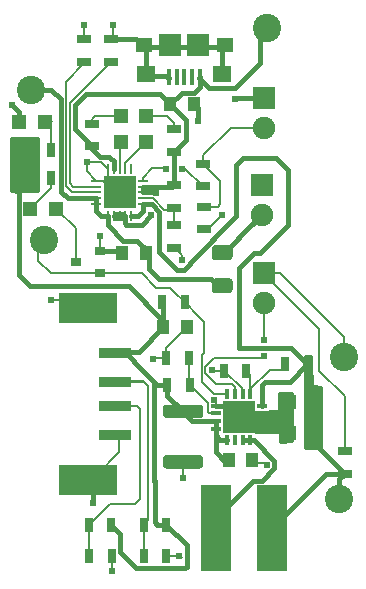
<source format=gtl>
G04 #@! TF.GenerationSoftware,KiCad,Pcbnew,5.1.9-73d0e3b20d~88~ubuntu20.04.1*
G04 #@! TF.CreationDate,2021-04-17T15:17:50-04:00*
G04 #@! TF.ProjectId,Antoinette_PowerBank,416e746f-696e-4657-9474-655f506f7765,rev?*
G04 #@! TF.SameCoordinates,Original*
G04 #@! TF.FileFunction,Copper,L1,Top*
G04 #@! TF.FilePolarity,Positive*
%FSLAX46Y46*%
G04 Gerber Fmt 4.6, Leading zero omitted, Abs format (unit mm)*
G04 Created by KiCad (PCBNEW 5.1.9-73d0e3b20d~88~ubuntu20.04.1) date 2021-04-17 15:17:50*
%MOMM*%
%LPD*%
G01*
G04 APERTURE LIST*
G04 #@! TA.AperFunction,SMDPad,CuDef*
%ADD10R,0.700000X1.300000*%
G04 #@! TD*
G04 #@! TA.AperFunction,ComponentPad*
%ADD11C,2.400000*%
G04 #@! TD*
G04 #@! TA.AperFunction,SMDPad,CuDef*
%ADD12R,2.700000X2.700000*%
G04 #@! TD*
G04 #@! TA.AperFunction,SMDPad,CuDef*
%ADD13R,0.260000X0.810000*%
G04 #@! TD*
G04 #@! TA.AperFunction,SMDPad,CuDef*
%ADD14R,0.810000X0.260000*%
G04 #@! TD*
G04 #@! TA.AperFunction,SMDPad,CuDef*
%ADD15R,1.300000X0.700000*%
G04 #@! TD*
G04 #@! TA.AperFunction,SMDPad,CuDef*
%ADD16R,0.340000X0.810000*%
G04 #@! TD*
G04 #@! TA.AperFunction,SMDPad,CuDef*
%ADD17R,0.810000X0.340000*%
G04 #@! TD*
G04 #@! TA.AperFunction,SMDPad,CuDef*
%ADD18R,1.000000X1.250000*%
G04 #@! TD*
G04 #@! TA.AperFunction,SMDPad,CuDef*
%ADD19R,1.200000X1.200000*%
G04 #@! TD*
G04 #@! TA.AperFunction,SMDPad,CuDef*
%ADD20R,0.900000X0.800000*%
G04 #@! TD*
G04 #@! TA.AperFunction,ComponentPad*
%ADD21R,1.900000X1.900000*%
G04 #@! TD*
G04 #@! TA.AperFunction,ComponentPad*
%ADD22C,1.900000*%
G04 #@! TD*
G04 #@! TA.AperFunction,SMDPad,CuDef*
%ADD23R,1.900000X1.900000*%
G04 #@! TD*
G04 #@! TA.AperFunction,SMDPad,CuDef*
%ADD24R,1.450000X1.300000*%
G04 #@! TD*
G04 #@! TA.AperFunction,SMDPad,CuDef*
%ADD25R,1.600000X1.400000*%
G04 #@! TD*
G04 #@! TA.AperFunction,SMDPad,CuDef*
%ADD26R,0.400000X1.350000*%
G04 #@! TD*
G04 #@! TA.AperFunction,SMDPad,CuDef*
%ADD27R,5.000000X2.500000*%
G04 #@! TD*
G04 #@! TA.AperFunction,SMDPad,CuDef*
%ADD28R,2.800000X0.900000*%
G04 #@! TD*
G04 #@! TA.AperFunction,SMDPad,CuDef*
%ADD29R,2.590800X7.315200*%
G04 #@! TD*
G04 #@! TA.AperFunction,ViaPad*
%ADD30C,0.609600*%
G04 #@! TD*
G04 #@! TA.AperFunction,Conductor*
%ADD31C,0.400000*%
G04 #@! TD*
G04 #@! TA.AperFunction,Conductor*
%ADD32C,0.150000*%
G04 #@! TD*
G04 #@! TA.AperFunction,Conductor*
%ADD33C,0.152400*%
G04 #@! TD*
G04 #@! TA.AperFunction,Conductor*
%ADD34C,0.254000*%
G04 #@! TD*
G04 #@! TA.AperFunction,Conductor*
%ADD35C,0.100000*%
G04 #@! TD*
G04 APERTURE END LIST*
G04 #@! TA.AperFunction,SMDPad,CuDef*
G36*
G01*
X83943597Y-67238800D02*
X86843603Y-67238800D01*
G75*
G02*
X87093600Y-67488797I0J-249997D01*
G01*
X87093600Y-68113803D01*
G75*
G02*
X86843603Y-68363800I-249997J0D01*
G01*
X83943597Y-68363800D01*
G75*
G02*
X83693600Y-68113803I0J249997D01*
G01*
X83693600Y-67488797D01*
G75*
G02*
X83943597Y-67238800I249997J0D01*
G01*
G37*
G04 #@! TD.AperFunction*
G04 #@! TA.AperFunction,SMDPad,CuDef*
G36*
G01*
X83943597Y-62963800D02*
X86843603Y-62963800D01*
G75*
G02*
X87093600Y-63213797I0J-249997D01*
G01*
X87093600Y-63838803D01*
G75*
G02*
X86843603Y-64088800I-249997J0D01*
G01*
X83943597Y-64088800D01*
G75*
G02*
X83693600Y-63838803I0J249997D01*
G01*
X83693600Y-63213797D01*
G75*
G02*
X83943597Y-62963800I249997J0D01*
G01*
G37*
G04 #@! TD.AperFunction*
D10*
X74240500Y-43769000D03*
X72340500Y-43769000D03*
X85518100Y-54259200D03*
X83618100Y-54259200D03*
X93994000Y-59529700D03*
X95894000Y-59529700D03*
D11*
X92531000Y-31094400D03*
D12*
X80017499Y-44988200D03*
D13*
X81017499Y-46943200D03*
X80517499Y-46943200D03*
X80017499Y-46943200D03*
X79517499Y-46943200D03*
X79017499Y-46943200D03*
D14*
X78062499Y-45988200D03*
X78062499Y-45488200D03*
X78062499Y-44988200D03*
X78062499Y-44488200D03*
X78062499Y-43988200D03*
D13*
X79017499Y-43033200D03*
X79517499Y-43033200D03*
X80017499Y-43033200D03*
X80517499Y-43033200D03*
X81017499Y-43033200D03*
D14*
X81972499Y-43988200D03*
X81972499Y-44488200D03*
X81972499Y-44988200D03*
X81972499Y-45488200D03*
X81972499Y-45988200D03*
D15*
X84644300Y-39633800D03*
X84644300Y-41533800D03*
X79323000Y-33924000D03*
X79323000Y-32024000D03*
D16*
X89130300Y-65955100D03*
X89780300Y-65955100D03*
X90430300Y-65955100D03*
X91080300Y-65955100D03*
D17*
X92060300Y-64975100D03*
X92060300Y-64325100D03*
X92060300Y-63675100D03*
X92060300Y-63025100D03*
D16*
X91080300Y-62045100D03*
X90430300Y-62045100D03*
X89780300Y-62045100D03*
X89130300Y-62045100D03*
D17*
X88150300Y-63025100D03*
X88150300Y-63675100D03*
X88150300Y-64325100D03*
X88150300Y-64975100D03*
D12*
X90105300Y-64000100D03*
D18*
X85695100Y-56418200D03*
X83695100Y-56418200D03*
X84304700Y-37533300D03*
X86304700Y-37533300D03*
X80240700Y-50106300D03*
X82240700Y-50106300D03*
X94490100Y-65371700D03*
X96490100Y-65371700D03*
X96490100Y-62730100D03*
X94490100Y-62730100D03*
X89250000Y-67600000D03*
X91250000Y-67600000D03*
D19*
X80135800Y-40728800D03*
X80135800Y-38528800D03*
X82256700Y-38536600D03*
X82256700Y-40736600D03*
X74644500Y-46372500D03*
X72444500Y-46372500D03*
X73666600Y-39044600D03*
X71466600Y-39044600D03*
G04 #@! TA.AperFunction,SMDPad,CuDef*
G36*
G01*
X88083300Y-49465600D02*
X89333300Y-49465600D01*
G75*
G02*
X89583300Y-49715600I0J-250000D01*
G01*
X89583300Y-50465600D01*
G75*
G02*
X89333300Y-50715600I-250000J0D01*
G01*
X88083300Y-50715600D01*
G75*
G02*
X87833300Y-50465600I0J250000D01*
G01*
X87833300Y-49715600D01*
G75*
G02*
X88083300Y-49465600I250000J0D01*
G01*
G37*
G04 #@! TD.AperFunction*
G04 #@! TA.AperFunction,SMDPad,CuDef*
G36*
G01*
X88083300Y-52265600D02*
X89333300Y-52265600D01*
G75*
G02*
X89583300Y-52515600I0J-250000D01*
G01*
X89583300Y-53265600D01*
G75*
G02*
X89333300Y-53515600I-250000J0D01*
G01*
X88083300Y-53515600D01*
G75*
G02*
X87833300Y-53265600I0J250000D01*
G01*
X87833300Y-52515600D01*
G75*
G02*
X88083300Y-52265600I250000J0D01*
G01*
G37*
G04 #@! TD.AperFunction*
D20*
X78404500Y-51831000D03*
X78404500Y-49931000D03*
X76304500Y-50881000D03*
D10*
X79307800Y-73156800D03*
X77407800Y-73156800D03*
X79345900Y-75747600D03*
X77445900Y-75747600D03*
D15*
X84593500Y-44393800D03*
X84593500Y-46293800D03*
X84657000Y-47772000D03*
X84657000Y-49672000D03*
D10*
X88825100Y-60063100D03*
X90725100Y-60063100D03*
D15*
X77697400Y-41048700D03*
X77697400Y-39148700D03*
X77037000Y-32024000D03*
X77037000Y-33924000D03*
X99071500Y-68785500D03*
X99071500Y-66885500D03*
D10*
X85962600Y-61269600D03*
X84062600Y-61269600D03*
X85873700Y-58996300D03*
X83973700Y-58996300D03*
X72277000Y-41356000D03*
X74177000Y-41356000D03*
X83981400Y-73106000D03*
X82081400Y-73106000D03*
X83981400Y-75798400D03*
X82081400Y-75798400D03*
D11*
X72528500Y-36276000D03*
X98627000Y-70972400D03*
X98982600Y-58932800D03*
X73608000Y-48976000D03*
D21*
X92264300Y-37012600D03*
D22*
X92264300Y-39512600D03*
D21*
X92073800Y-44378600D03*
D22*
X92073800Y-46878600D03*
D21*
X92213500Y-51833500D03*
D22*
X92213500Y-54333500D03*
D23*
X84295200Y-32542200D03*
X86695200Y-32542200D03*
D24*
X88920200Y-32542200D03*
X82070200Y-32542200D03*
D25*
X82295200Y-34992200D03*
X88695200Y-34992200D03*
D26*
X84195200Y-35217200D03*
X84845200Y-35217200D03*
X85495200Y-35217200D03*
X86145200Y-35217200D03*
X86795200Y-35217200D03*
D27*
X77367000Y-69307000D03*
X77367000Y-54807000D03*
D28*
X79617000Y-63057000D03*
X79617000Y-58557000D03*
X79617000Y-61057000D03*
X79617000Y-65557000D03*
D29*
X88199800Y-73410800D03*
X92899800Y-73410800D03*
D15*
X87082700Y-42552300D03*
X87082700Y-44452300D03*
X87158900Y-48097200D03*
X87158900Y-46197200D03*
D30*
X89825000Y-37050000D03*
X85368200Y-69194400D03*
X92480200Y-68026000D03*
X82828200Y-59085200D03*
X88675000Y-46900000D03*
X85304700Y-50741300D03*
X79373800Y-77068400D03*
X85063400Y-75798400D03*
X77799000Y-71264500D03*
X74179500Y-54056000D03*
X86638200Y-38930300D03*
X77278300Y-42448200D03*
X77024300Y-30776900D03*
X79424600Y-30776900D03*
X78400000Y-48675000D03*
X70941000Y-37609500D03*
X87806600Y-60012300D03*
X87990389Y-62578477D03*
X82701201Y-46909682D03*
X83137557Y-45050226D03*
X92275000Y-57513600D03*
X92275000Y-58828000D03*
X83987100Y-42975000D03*
X85301500Y-42975000D03*
D31*
X89130300Y-63025100D02*
X90105300Y-64000100D01*
X88150300Y-63025100D02*
X89130300Y-63025100D01*
D32*
X90430300Y-61785100D02*
X90430300Y-62045100D01*
D33*
X79017499Y-43033200D02*
X79017499Y-43988200D01*
X78619899Y-43988200D02*
X79619899Y-44988200D01*
X78062499Y-43988200D02*
X78619899Y-43988200D01*
X90430300Y-61706634D02*
X90430300Y-62045100D01*
X78432499Y-42448200D02*
X79017499Y-43033200D01*
X77278300Y-42448200D02*
X78432499Y-42448200D01*
X77278300Y-43204001D02*
X78062499Y-43988200D01*
X77278300Y-42448200D02*
X77278300Y-43204001D01*
X90430300Y-63675100D02*
X90105300Y-64000100D01*
X77024300Y-31945300D02*
X76973500Y-31996100D01*
X77024300Y-30776900D02*
X77024300Y-31945300D01*
X79424600Y-31909700D02*
X79323000Y-32011300D01*
X79424600Y-30776900D02*
X79424600Y-31909700D01*
X79574500Y-32275500D02*
X79323000Y-32024000D01*
D31*
X86638200Y-38930300D02*
X86638200Y-37866800D01*
D33*
X77060500Y-54056000D02*
X77748000Y-54743500D01*
X74179500Y-54056000D02*
X77060500Y-54056000D01*
X79998000Y-66993500D02*
X77748000Y-69243500D01*
X79998000Y-65493500D02*
X79998000Y-66993500D01*
D31*
X77799000Y-69294500D02*
X77748000Y-69243500D01*
X77799000Y-71264500D02*
X77799000Y-69294500D01*
X88682500Y-32881500D02*
X88907500Y-32656500D01*
X88682500Y-35106500D02*
X88682500Y-32881500D01*
X82282500Y-32881500D02*
X82057500Y-32656500D01*
X82282500Y-35106500D02*
X82282500Y-32881500D01*
X88907500Y-32656500D02*
X82057500Y-32656500D01*
X81425000Y-32024000D02*
X82057500Y-32656500D01*
X79323000Y-32024000D02*
X81425000Y-32024000D01*
X83957500Y-35106500D02*
X84182500Y-35331500D01*
X82282500Y-35106500D02*
X83957500Y-35106500D01*
D33*
X79373800Y-75775500D02*
X79345900Y-75747600D01*
X79373800Y-77068400D02*
X79373800Y-75775500D01*
X85165000Y-75798400D02*
X85266600Y-75900000D01*
X83981400Y-75798400D02*
X85165000Y-75798400D01*
D31*
X71466600Y-38135100D02*
X70941000Y-37609500D01*
X71466600Y-39044600D02*
X71466600Y-38135100D01*
X80395600Y-49931000D02*
X80507400Y-50042800D01*
X78404500Y-49931000D02*
X80395600Y-49931000D01*
D33*
X85304700Y-50319700D02*
X84657000Y-49672000D01*
X85304700Y-50741300D02*
X85304700Y-50319700D01*
X87095400Y-48160700D02*
X87158900Y-48097200D01*
X87857400Y-60063100D02*
X87806600Y-60012300D01*
X88825100Y-60063100D02*
X87857400Y-60063100D01*
X90430300Y-61668300D02*
X88825100Y-60063100D01*
X90430300Y-62045100D02*
X90430300Y-61668300D01*
X83973700Y-58139600D02*
X85695100Y-56418200D01*
X83973700Y-58996300D02*
X83973700Y-58139600D01*
X82917100Y-58996300D02*
X82828200Y-59085200D01*
X83973700Y-58996300D02*
X82917100Y-58996300D01*
X92365900Y-67911700D02*
X92480200Y-68026000D01*
X91067200Y-67911700D02*
X92365900Y-67911700D01*
X85368200Y-67826700D02*
X85393600Y-67801300D01*
X85368200Y-69194400D02*
X85368200Y-67826700D01*
D31*
X89862400Y-37012600D02*
X89825000Y-37050000D01*
X92264300Y-37012600D02*
X89862400Y-37012600D01*
D33*
X87477800Y-48097200D02*
X88675000Y-46900000D01*
X87158900Y-48097200D02*
X87477800Y-48097200D01*
X78404500Y-48679500D02*
X78400000Y-48675000D01*
X78404500Y-49931000D02*
X78404500Y-48679500D01*
D32*
X88150300Y-62738388D02*
X87990389Y-62578477D01*
X88150300Y-63025100D02*
X88150300Y-62738388D01*
D31*
X72340500Y-41419500D02*
X72277000Y-41356000D01*
X72340500Y-43769000D02*
X72340500Y-41419500D01*
X71258500Y-44851000D02*
X72340500Y-43769000D01*
X83695100Y-54336200D02*
X83618100Y-54259200D01*
X83695100Y-56418200D02*
X83695100Y-54336200D01*
X80048301Y-75399623D02*
X80048301Y-73897301D01*
X81449479Y-76800801D02*
X80048301Y-75399623D01*
X85584999Y-76800801D02*
X81449479Y-76800801D01*
X85720601Y-76665199D02*
X85584999Y-76800801D01*
X80048301Y-73897301D02*
X79307800Y-73156800D01*
X85720601Y-74845201D02*
X85720601Y-76665199D01*
X83981400Y-73106000D02*
X85720601Y-74845201D01*
X82124421Y-60165699D02*
X82955200Y-60996478D01*
X82955200Y-60996478D02*
X82955200Y-69397600D01*
X83231400Y-73106000D02*
X82993300Y-72867900D01*
X83981400Y-73106000D02*
X83231400Y-73106000D01*
X82993300Y-69435700D02*
X82955200Y-69397600D01*
X82993300Y-72867900D02*
X82993300Y-69435700D01*
X71492099Y-51940099D02*
X71492099Y-44617401D01*
X72476778Y-52924778D02*
X71492099Y-51940099D01*
X80783500Y-52924778D02*
X72476778Y-52924778D01*
X71492099Y-44617401D02*
X72340500Y-43769000D01*
X83695100Y-55836378D02*
X80783500Y-52924778D01*
X83695100Y-56418200D02*
X83695100Y-55836378D01*
X82124421Y-60150021D02*
X80442500Y-58468100D01*
X82124421Y-60165699D02*
X82124421Y-60150021D01*
X81645200Y-58468100D02*
X83695100Y-56418200D01*
X80442500Y-58468100D02*
X81645200Y-58468100D01*
X86192400Y-64325100D02*
X85393600Y-63526300D01*
X88150300Y-64325100D02*
X86192400Y-64325100D01*
X84062600Y-62195300D02*
X85393600Y-63526300D01*
X84062600Y-61269600D02*
X84062600Y-62195300D01*
X88150300Y-66994800D02*
X88150300Y-64975100D01*
X89067200Y-67911700D02*
X88150300Y-66994800D01*
X88150300Y-64975100D02*
X88150300Y-64325100D01*
X88150300Y-65545100D02*
X88150300Y-64975100D01*
X88560300Y-65955100D02*
X88150300Y-65545100D01*
X89130300Y-65955100D02*
X88560300Y-65955100D01*
X83228322Y-61269600D02*
X82955200Y-60996478D01*
X84062600Y-61269600D02*
X83228322Y-61269600D01*
X81972499Y-44988200D02*
X81972499Y-44488200D01*
X82701200Y-46931300D02*
X81931899Y-47700601D01*
X80017499Y-46943200D02*
X80017499Y-47112522D01*
X80465089Y-47560112D02*
X80465089Y-46943200D01*
X81931899Y-47700601D02*
X80605578Y-47700601D01*
X80017499Y-46943200D02*
X79569909Y-46943200D01*
X87609901Y-36158901D02*
X86782500Y-35331500D01*
X89764421Y-36158901D02*
X87609901Y-36158901D01*
X91896000Y-34027322D02*
X89764421Y-36158901D01*
X91896000Y-30815000D02*
X91896000Y-34027322D01*
X76287700Y-39639000D02*
X77697400Y-41048700D01*
X76287700Y-37571400D02*
X76287700Y-39639000D01*
X77214800Y-36644300D02*
X76287700Y-37571400D01*
X83415700Y-36644300D02*
X77214800Y-36644300D01*
X84304700Y-37533300D02*
X83415700Y-36644300D01*
X85282101Y-36555899D02*
X84304700Y-37533300D01*
X86315823Y-36555899D02*
X85282101Y-36555899D01*
X86795200Y-36076522D02*
X86315823Y-36555899D01*
X86795200Y-35217200D02*
X86795200Y-36076522D01*
X78375540Y-41991000D02*
X77400220Y-41015680D01*
X79144621Y-41991000D02*
X78375540Y-41991000D01*
X79517499Y-42363878D02*
X79144621Y-41991000D01*
X79517499Y-43033200D02*
X79517499Y-42363878D01*
X82701200Y-46909683D02*
X82701201Y-46909682D01*
X82701200Y-46931300D02*
X82701200Y-46909683D01*
X85646701Y-40531399D02*
X84644300Y-41533800D01*
X85646701Y-38875301D02*
X85646701Y-40531399D01*
X84304700Y-37533300D02*
X85646701Y-38875301D01*
X84644300Y-44343000D02*
X84593500Y-44393800D01*
X84644300Y-41533800D02*
X84644300Y-44343000D01*
X84499100Y-44488200D02*
X81972499Y-44488200D01*
X84593500Y-44393800D02*
X84499100Y-44488200D01*
X83075531Y-44988200D02*
X83137557Y-45050226D01*
X81972499Y-44988200D02*
X83075531Y-44988200D01*
X78487499Y-46943200D02*
X79017499Y-46943200D01*
X78062499Y-46518200D02*
X78487499Y-46943200D01*
X78062499Y-45988200D02*
X78062499Y-46518200D01*
X78062499Y-45988200D02*
X78062499Y-45488200D01*
X88670200Y-53271600D02*
X87736901Y-52338301D01*
X74225556Y-36276000D02*
X75055800Y-37106244D01*
X72528500Y-36276000D02*
X74225556Y-36276000D01*
X75055800Y-37106244D02*
X75055800Y-44924700D01*
X75619300Y-45488200D02*
X75055800Y-44924700D01*
X78062499Y-45488200D02*
X75619300Y-45488200D01*
X87736901Y-52338301D02*
X83374199Y-52338301D01*
X79017499Y-47752222D02*
X79017499Y-47082900D01*
X82507400Y-51471502D02*
X83374199Y-52338301D01*
X82507400Y-50042800D02*
X82507400Y-51471502D01*
X80330676Y-49065399D02*
X79017499Y-47752222D01*
X81529999Y-49065399D02*
X80330676Y-49065399D01*
X82507400Y-50042800D02*
X81529999Y-49065399D01*
D33*
X96032900Y-65371700D02*
X96048900Y-65355700D01*
D31*
X81972499Y-46518200D02*
X81972499Y-45988200D01*
X81547499Y-46943200D02*
X81972499Y-46518200D01*
X81017499Y-46943200D02*
X81547499Y-46943200D01*
X92327099Y-61014701D02*
X92060300Y-61281500D01*
X92060300Y-63025100D02*
X92060300Y-61281500D01*
X99071500Y-68785500D02*
X96769500Y-66483500D01*
X99071500Y-70312000D02*
X98627000Y-70756500D01*
X94535100Y-58170800D02*
X95894000Y-59529700D01*
X90145800Y-58170800D02*
X94535100Y-58170800D01*
X94275000Y-43100000D02*
X94275000Y-47700000D01*
X90145800Y-51366878D02*
X90145800Y-58170800D01*
X82730758Y-45988200D02*
X83358401Y-46615843D01*
X83358401Y-47207501D02*
X83359801Y-47208901D01*
X83359801Y-47208901D02*
X83359801Y-50009123D01*
X83359801Y-50009123D02*
X84917478Y-51566800D01*
X84917478Y-51566800D02*
X85451858Y-51566800D01*
X85451858Y-51566800D02*
X85961901Y-51056757D01*
X85961901Y-51056757D02*
X85961901Y-50928521D01*
X81972499Y-45988200D02*
X82730758Y-45988200D01*
X85961901Y-50928521D02*
X89875000Y-47015422D01*
X91875000Y-50100000D02*
X91412678Y-50100000D01*
X83358401Y-46615843D02*
X83358401Y-47207501D01*
X90475000Y-42100000D02*
X93275000Y-42100000D01*
X91412678Y-50100000D02*
X90145800Y-51366878D01*
X93275000Y-42100000D02*
X94275000Y-43100000D01*
X89875000Y-47015422D02*
X89875000Y-42700000D01*
X94275000Y-47700000D02*
X91875000Y-50100000D01*
X89875000Y-42700000D02*
X90475000Y-42100000D01*
X92899800Y-73410800D02*
X92899800Y-73225200D01*
X97525100Y-68785500D02*
X92899800Y-73410800D01*
X99071500Y-68785500D02*
X97525100Y-68785500D01*
X98627000Y-69230000D02*
X99071500Y-68785500D01*
X98627000Y-70972400D02*
X98627000Y-69230000D01*
X94408999Y-61014701D02*
X95894000Y-59529700D01*
X92327099Y-61014701D02*
X94408999Y-61014701D01*
D33*
X80017499Y-40847101D02*
X80135800Y-40728800D01*
X80017499Y-43033200D02*
X80017499Y-40847101D01*
X77961700Y-38554200D02*
X77400220Y-39115680D01*
X79767500Y-38554200D02*
X77961700Y-38554200D01*
X84055100Y-38536600D02*
X84644300Y-39125800D01*
X82256700Y-38536600D02*
X84055100Y-38536600D01*
X84644300Y-39633800D02*
X84644300Y-39125800D01*
X80517499Y-42475801D02*
X80517499Y-43033200D01*
X82256700Y-40736600D02*
X80517499Y-42475801D01*
X76304500Y-48032500D02*
X74644500Y-46372500D01*
X76304500Y-50881000D02*
X76304500Y-48032500D01*
X72340500Y-46268500D02*
X72444500Y-46372500D01*
X74240500Y-44576500D02*
X72444500Y-46372500D01*
X74240500Y-43769000D02*
X74240500Y-44576500D01*
D31*
X74240500Y-41419500D02*
X74177000Y-41356000D01*
D33*
X74177000Y-39093000D02*
X74327000Y-38943000D01*
X74177000Y-41356000D02*
X74177000Y-39093000D01*
X91525800Y-47426600D02*
X92073800Y-46878600D01*
X91932200Y-47020200D02*
X92073800Y-46878600D01*
X91881400Y-47071000D02*
X92073800Y-46878600D01*
D31*
X88708300Y-50090600D02*
X88861800Y-50090600D01*
X91338700Y-47613700D02*
X91350000Y-47625000D01*
X88861800Y-50090600D02*
X91338700Y-47613700D01*
X91338700Y-47613700D02*
X92073800Y-46878600D01*
D33*
X77445900Y-73194900D02*
X77407800Y-73156800D01*
X77445900Y-75747600D02*
X77445900Y-73194900D01*
X77407800Y-73156800D02*
X79185800Y-71378800D01*
X79617000Y-63057000D02*
X81466000Y-63057000D01*
X81466000Y-63057000D02*
X81736000Y-63327000D01*
X81736000Y-63327000D02*
X81736000Y-70947000D01*
X81304200Y-71378800D02*
X79185800Y-71378800D01*
X81736000Y-70947000D02*
X81304200Y-71378800D01*
X81550400Y-60993500D02*
X79998000Y-60993500D01*
X82081400Y-75798400D02*
X82081400Y-73106000D01*
X80506000Y-60993500D02*
X82058400Y-60993500D01*
X81994900Y-60968100D02*
X80442500Y-60968100D01*
X82439411Y-61412611D02*
X81994900Y-60968100D01*
X82439411Y-72747989D02*
X82439411Y-61412611D01*
X82081400Y-73106000D02*
X82439411Y-72747989D01*
X73100000Y-48912500D02*
X73100000Y-50754000D01*
X74177000Y-51831000D02*
X78404500Y-51831000D01*
X73100000Y-50754000D02*
X74177000Y-51831000D01*
X81898400Y-51831000D02*
X78404500Y-51831000D01*
X81898400Y-51834254D02*
X81898400Y-51831000D01*
X84639499Y-53380599D02*
X85518100Y-54259200D01*
X87197000Y-55938100D02*
X86770300Y-55511400D01*
X86770300Y-55511400D02*
X85518100Y-54259200D01*
X87197000Y-58551800D02*
X87197000Y-55938100D01*
X86968390Y-58780410D02*
X87197000Y-58551800D01*
X86968390Y-61018090D02*
X86968390Y-58780410D01*
X87995400Y-62045100D02*
X86968390Y-61018090D01*
X89130300Y-62045100D02*
X87995400Y-62045100D01*
X81898400Y-51834254D02*
X81927254Y-51834254D01*
X81927254Y-51834254D02*
X83133000Y-53040000D01*
X84298900Y-53040000D02*
X84639499Y-53380599D01*
X83133000Y-53040000D02*
X84298900Y-53040000D01*
X84644300Y-46395400D02*
X84448300Y-46199400D01*
X84549900Y-46250200D02*
X84593500Y-46293800D01*
X84657000Y-46357300D02*
X84593500Y-46293800D01*
X84657000Y-47772000D02*
X84657000Y-46357300D01*
D32*
X82835206Y-45488200D02*
X83800000Y-46452994D01*
X81972499Y-45488200D02*
X82835206Y-45488200D01*
X84434306Y-46452994D02*
X84593500Y-46293800D01*
X83800000Y-46452994D02*
X84434306Y-46452994D01*
D33*
X75830500Y-37416500D02*
X79323000Y-33924000D01*
X75830500Y-44213500D02*
X75830500Y-37416500D01*
X76105200Y-44488200D02*
X75830500Y-44213500D01*
X78062499Y-44488200D02*
X76105200Y-44488200D01*
X92723354Y-60012300D02*
X91080300Y-61655354D01*
X91080300Y-61655354D02*
X91080300Y-62045100D01*
X93714600Y-60012300D02*
X94095600Y-59631300D01*
X92723354Y-60012300D02*
X93714600Y-60012300D01*
X91080300Y-60418300D02*
X91080300Y-62045100D01*
X90725100Y-60063100D02*
X91080300Y-60418300D01*
X75484410Y-44438910D02*
X75484410Y-35599710D01*
X77037000Y-34047120D02*
X77037000Y-33924000D01*
X75484410Y-35599710D02*
X77037000Y-34047120D01*
X76033700Y-44988200D02*
X78062499Y-44988200D01*
X75484410Y-44438910D02*
X76033700Y-44988200D01*
X85873700Y-61180700D02*
X85962600Y-61269600D01*
X85873700Y-58996300D02*
X85873700Y-61180700D01*
X87516699Y-62823699D02*
X85962600Y-61269600D01*
X87592900Y-63675100D02*
X87516699Y-63598899D01*
X87516699Y-63598899D02*
X87516699Y-62823699D01*
X88150300Y-63675100D02*
X87592900Y-63675100D01*
D32*
X93420000Y-53040000D02*
X92213500Y-51833500D01*
D33*
X92213500Y-51833500D02*
X93633500Y-51833500D01*
X98982600Y-57182600D02*
X98982600Y-58932800D01*
X93633500Y-51833500D02*
X98982600Y-57182600D01*
X96925000Y-56545000D02*
X93420000Y-53040000D01*
X96925000Y-60100000D02*
X96925000Y-56545000D01*
X99071500Y-62246500D02*
X96925000Y-60100000D01*
X99071500Y-66885500D02*
X99071500Y-62246500D01*
D32*
X89780300Y-62045100D02*
X89780300Y-61715098D01*
D33*
X91832500Y-54714500D02*
X92213500Y-54333500D01*
X92404000Y-54524000D02*
X92213500Y-54333500D01*
X92346000Y-57442600D02*
X92275000Y-57513600D01*
X92404000Y-57442600D02*
X92346000Y-57442600D01*
X92378600Y-58931600D02*
X92275000Y-58828000D01*
X92106700Y-58996300D02*
X92275000Y-58828000D01*
X88033166Y-58996300D02*
X92106700Y-58996300D01*
X87273199Y-59756267D02*
X88033166Y-58996300D01*
X88223666Y-61218800D02*
X87273199Y-60268333D01*
X89780300Y-61487700D02*
X89511400Y-61218800D01*
X87273199Y-60268333D02*
X87273199Y-59756267D01*
X89511400Y-61218800D02*
X88223666Y-61218800D01*
X89780300Y-62045100D02*
X89780300Y-61487700D01*
X92213500Y-57452100D02*
X92275000Y-57513600D01*
X92213500Y-54333500D02*
X92213500Y-57452100D01*
X92264300Y-39512600D02*
X89421400Y-39512600D01*
X87082700Y-41851300D02*
X89421400Y-39512600D01*
X87082700Y-42552300D02*
X87082700Y-41851300D01*
X87158900Y-46197200D02*
X88324800Y-46197200D01*
X88324800Y-46197200D02*
X88555900Y-45966100D01*
X88555900Y-44025500D02*
X87082700Y-42552300D01*
X88555900Y-45966100D02*
X88555900Y-44025500D01*
D32*
X91080300Y-65955100D02*
X91100301Y-65975101D01*
D33*
X91080300Y-65955100D02*
X90430300Y-65955100D01*
X91080300Y-65955100D02*
X91103901Y-65978701D01*
X91198734Y-65955100D02*
X91080300Y-65955100D01*
D31*
X91381958Y-65955100D02*
X90430300Y-65955100D01*
X93137401Y-67710543D02*
X91381958Y-65955100D01*
X93137401Y-68341457D02*
X93137401Y-67710543D01*
X92078059Y-69400799D02*
X93137401Y-68341457D01*
X91322479Y-69400799D02*
X92078059Y-69400799D01*
X88199800Y-72523478D02*
X91322479Y-69400799D01*
X88199800Y-73410800D02*
X88199800Y-72523478D01*
D33*
X81972499Y-43761101D02*
X82802800Y-42930800D01*
X81972499Y-43988200D02*
X81972499Y-43761101D01*
X87042100Y-44452300D02*
X85596800Y-43007000D01*
X87082700Y-44452300D02*
X87042100Y-44452300D01*
X83942900Y-42930800D02*
X83987100Y-42975000D01*
X82802800Y-42930800D02*
X83942900Y-42930800D01*
X85333500Y-43007000D02*
X85301500Y-42975000D01*
X85596800Y-43007000D02*
X85333500Y-43007000D01*
D34*
X96213800Y-60065074D02*
X96210360Y-60100000D01*
X96213800Y-60134926D01*
X96213800Y-60134935D01*
X96224091Y-60239419D01*
X96264758Y-60373480D01*
X96330798Y-60497032D01*
X96340730Y-60509135D01*
X96348006Y-61251245D01*
X96350689Y-61275996D01*
X96358149Y-61299749D01*
X96370100Y-61321589D01*
X96386082Y-61340679D01*
X96405481Y-61356283D01*
X96427552Y-61367804D01*
X96451446Y-61374797D01*
X96466552Y-61376719D01*
X97098109Y-61418823D01*
X97102880Y-66613286D01*
X95731952Y-66581155D01*
X95756799Y-60978063D01*
X95756789Y-60975838D01*
X95728672Y-58827000D01*
X96213800Y-58827000D01*
X96213800Y-60065074D01*
G04 #@! TA.AperFunction,Conductor*
D35*
G36*
X96213800Y-60065074D02*
G01*
X96210360Y-60100000D01*
X96213800Y-60134926D01*
X96213800Y-60134935D01*
X96224091Y-60239419D01*
X96264758Y-60373480D01*
X96330798Y-60497032D01*
X96340730Y-60509135D01*
X96348006Y-61251245D01*
X96350689Y-61275996D01*
X96358149Y-61299749D01*
X96370100Y-61321589D01*
X96386082Y-61340679D01*
X96405481Y-61356283D01*
X96427552Y-61367804D01*
X96451446Y-61374797D01*
X96466552Y-61376719D01*
X97098109Y-61418823D01*
X97102880Y-66613286D01*
X95731952Y-66581155D01*
X95756799Y-60978063D01*
X95756789Y-60975838D01*
X95728672Y-58827000D01*
X96213800Y-58827000D01*
X96213800Y-60065074D01*
G37*
G04 #@! TD.AperFunction*
D34*
X80399572Y-46820287D02*
X80387466Y-46943200D01*
X80399572Y-47066113D01*
X80435424Y-47184303D01*
X80458433Y-47227350D01*
X80458433Y-47248800D01*
X79644499Y-47248800D01*
X79644499Y-47052106D01*
X79640652Y-47013050D01*
X79647532Y-46943200D01*
X79640500Y-46871804D01*
X79640500Y-46767266D01*
X80415656Y-46767266D01*
X80399572Y-46820287D01*
G04 #@! TA.AperFunction,Conductor*
D35*
G36*
X80399572Y-46820287D02*
G01*
X80387466Y-46943200D01*
X80399572Y-47066113D01*
X80435424Y-47184303D01*
X80458433Y-47227350D01*
X80458433Y-47248800D01*
X79644499Y-47248800D01*
X79644499Y-47052106D01*
X79640652Y-47013050D01*
X79647532Y-46943200D01*
X79640500Y-46871804D01*
X79640500Y-46767266D01*
X80415656Y-46767266D01*
X80399572Y-46820287D01*
G37*
G04 #@! TD.AperFunction*
D34*
X73100000Y-44848500D02*
X70814000Y-44848500D01*
X70814000Y-40340000D01*
X73100000Y-40340000D01*
X73100000Y-44848500D01*
G04 #@! TA.AperFunction,Conductor*
D35*
G36*
X73100000Y-44848500D02*
G01*
X70814000Y-44848500D01*
X70814000Y-40340000D01*
X73100000Y-40340000D01*
X73100000Y-44848500D01*
G37*
G04 #@! TD.AperFunction*
D34*
X94650470Y-66026666D02*
X93597800Y-66087987D01*
X93597800Y-65409800D01*
X93595360Y-65385024D01*
X93588133Y-65361199D01*
X93576397Y-65339243D01*
X93560603Y-65319997D01*
X93541357Y-65304203D01*
X93519401Y-65292467D01*
X93495576Y-65285240D01*
X93470800Y-65282800D01*
X91583318Y-65282800D01*
X91553695Y-65246705D01*
X91488676Y-65193345D01*
X91414496Y-65153695D01*
X91334007Y-65129278D01*
X91250300Y-65121034D01*
X90910300Y-65121034D01*
X90826593Y-65129278D01*
X90755300Y-65150905D01*
X90684007Y-65129278D01*
X90600300Y-65121034D01*
X90260300Y-65121034D01*
X90176593Y-65129278D01*
X90111560Y-65149006D01*
X90070406Y-63492574D01*
X91350867Y-63497230D01*
X91351905Y-63498495D01*
X91416924Y-63551855D01*
X91491104Y-63591505D01*
X91571593Y-63615922D01*
X91655300Y-63624166D01*
X91875210Y-63624166D01*
X91937387Y-63643027D01*
X92060300Y-63655133D01*
X92183212Y-63643027D01*
X92245389Y-63624166D01*
X92465300Y-63624166D01*
X92549007Y-63615922D01*
X92629496Y-63591505D01*
X92703676Y-63551855D01*
X92763975Y-63502369D01*
X93432238Y-63504799D01*
X93457023Y-63502449D01*
X93480874Y-63495309D01*
X93502873Y-63483653D01*
X93522175Y-63467929D01*
X93538039Y-63448741D01*
X93549855Y-63426827D01*
X93557169Y-63403029D01*
X93559700Y-63377800D01*
X93559700Y-62004961D01*
X94602613Y-61994736D01*
X94650470Y-66026666D01*
G04 #@! TA.AperFunction,Conductor*
D35*
G36*
X94650470Y-66026666D02*
G01*
X93597800Y-66087987D01*
X93597800Y-65409800D01*
X93595360Y-65385024D01*
X93588133Y-65361199D01*
X93576397Y-65339243D01*
X93560603Y-65319997D01*
X93541357Y-65304203D01*
X93519401Y-65292467D01*
X93495576Y-65285240D01*
X93470800Y-65282800D01*
X91583318Y-65282800D01*
X91553695Y-65246705D01*
X91488676Y-65193345D01*
X91414496Y-65153695D01*
X91334007Y-65129278D01*
X91250300Y-65121034D01*
X90910300Y-65121034D01*
X90826593Y-65129278D01*
X90755300Y-65150905D01*
X90684007Y-65129278D01*
X90600300Y-65121034D01*
X90260300Y-65121034D01*
X90176593Y-65129278D01*
X90111560Y-65149006D01*
X90070406Y-63492574D01*
X91350867Y-63497230D01*
X91351905Y-63498495D01*
X91416924Y-63551855D01*
X91491104Y-63591505D01*
X91571593Y-63615922D01*
X91655300Y-63624166D01*
X91875210Y-63624166D01*
X91937387Y-63643027D01*
X92060300Y-63655133D01*
X92183212Y-63643027D01*
X92245389Y-63624166D01*
X92465300Y-63624166D01*
X92549007Y-63615922D01*
X92629496Y-63591505D01*
X92703676Y-63551855D01*
X92763975Y-63502369D01*
X93432238Y-63504799D01*
X93457023Y-63502449D01*
X93480874Y-63495309D01*
X93502873Y-63483653D01*
X93522175Y-63467929D01*
X93538039Y-63448741D01*
X93549855Y-63426827D01*
X93557169Y-63403029D01*
X93559700Y-63377800D01*
X93559700Y-62004961D01*
X94602613Y-61994736D01*
X94650470Y-66026666D01*
G37*
G04 #@! TD.AperFunction*
M02*

</source>
